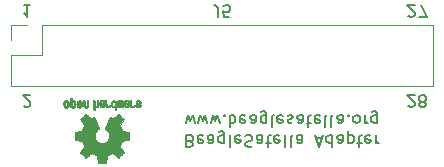
<source format=gbr>
G04 #@! TF.GenerationSoftware,KiCad,Pcbnew,(5.1.5)-3*
G04 #@! TF.CreationDate,2020-06-03T17:33:56-04:00*
G04 #@! TF.ProjectId,beaglesatella_cape,62656167-6c65-4736-9174-656c6c615f63,rev?*
G04 #@! TF.SameCoordinates,Original*
G04 #@! TF.FileFunction,Legend,Bot*
G04 #@! TF.FilePolarity,Positive*
%FSLAX46Y46*%
G04 Gerber Fmt 4.6, Leading zero omitted, Abs format (unit mm)*
G04 Created by KiCad (PCBNEW (5.1.5)-3) date 2020-06-03 17:33:56*
%MOMM*%
%LPD*%
G04 APERTURE LIST*
%ADD10C,0.200000*%
%ADD11C,0.010000*%
%ADD12C,0.120000*%
%ADD13C,0.150000*%
G04 APERTURE END LIST*
D10*
X157518195Y-173324780D02*
X157565814Y-173372400D01*
X157661052Y-173420019D01*
X157899147Y-173420019D01*
X157994385Y-173372400D01*
X158042004Y-173324780D01*
X158089623Y-173229542D01*
X158089623Y-173134304D01*
X158042004Y-172991447D01*
X157470576Y-172420019D01*
X158089623Y-172420019D01*
X158661052Y-172991447D02*
X158565814Y-173039066D01*
X158518195Y-173086685D01*
X158470576Y-173181923D01*
X158470576Y-173229542D01*
X158518195Y-173324780D01*
X158565814Y-173372400D01*
X158661052Y-173420019D01*
X158851528Y-173420019D01*
X158946766Y-173372400D01*
X158994385Y-173324780D01*
X159042004Y-173229542D01*
X159042004Y-173181923D01*
X158994385Y-173086685D01*
X158946766Y-173039066D01*
X158851528Y-172991447D01*
X158661052Y-172991447D01*
X158565814Y-172943828D01*
X158518195Y-172896209D01*
X158470576Y-172800971D01*
X158470576Y-172610495D01*
X158518195Y-172515257D01*
X158565814Y-172467638D01*
X158661052Y-172420019D01*
X158851528Y-172420019D01*
X158946766Y-172467638D01*
X158994385Y-172515257D01*
X159042004Y-172610495D01*
X159042004Y-172800971D01*
X158994385Y-172896209D01*
X158946766Y-172943828D01*
X158851528Y-172991447D01*
X157518195Y-165704780D02*
X157565814Y-165752400D01*
X157661052Y-165800019D01*
X157899147Y-165800019D01*
X157994385Y-165752400D01*
X158042004Y-165704780D01*
X158089623Y-165609542D01*
X158089623Y-165514304D01*
X158042004Y-165371447D01*
X157470576Y-164800019D01*
X158089623Y-164800019D01*
X158422957Y-165800019D02*
X159089623Y-165800019D01*
X158661052Y-164800019D01*
X124974385Y-173324780D02*
X125022004Y-173372400D01*
X125117242Y-173420019D01*
X125355338Y-173420019D01*
X125450576Y-173372400D01*
X125498195Y-173324780D01*
X125545814Y-173229542D01*
X125545814Y-173134304D01*
X125498195Y-172991447D01*
X124926766Y-172420019D01*
X125545814Y-172420019D01*
X125545814Y-164800019D02*
X124974385Y-164800019D01*
X125260100Y-164800019D02*
X125260100Y-165800019D01*
X125164861Y-165657161D01*
X125069623Y-165561923D01*
X124974385Y-165514304D01*
X139088195Y-176333828D02*
X139231052Y-176286209D01*
X139278671Y-176238590D01*
X139326290Y-176143352D01*
X139326290Y-176000495D01*
X139278671Y-175905257D01*
X139231052Y-175857638D01*
X139135814Y-175810019D01*
X138754861Y-175810019D01*
X138754861Y-176810019D01*
X139088195Y-176810019D01*
X139183433Y-176762400D01*
X139231052Y-176714780D01*
X139278671Y-176619542D01*
X139278671Y-176524304D01*
X139231052Y-176429066D01*
X139183433Y-176381447D01*
X139088195Y-176333828D01*
X138754861Y-176333828D01*
X140135814Y-175857638D02*
X140040576Y-175810019D01*
X139850100Y-175810019D01*
X139754861Y-175857638D01*
X139707242Y-175952876D01*
X139707242Y-176333828D01*
X139754861Y-176429066D01*
X139850100Y-176476685D01*
X140040576Y-176476685D01*
X140135814Y-176429066D01*
X140183433Y-176333828D01*
X140183433Y-176238590D01*
X139707242Y-176143352D01*
X141040576Y-175810019D02*
X141040576Y-176333828D01*
X140992957Y-176429066D01*
X140897719Y-176476685D01*
X140707242Y-176476685D01*
X140612004Y-176429066D01*
X141040576Y-175857638D02*
X140945338Y-175810019D01*
X140707242Y-175810019D01*
X140612004Y-175857638D01*
X140564385Y-175952876D01*
X140564385Y-176048114D01*
X140612004Y-176143352D01*
X140707242Y-176190971D01*
X140945338Y-176190971D01*
X141040576Y-176238590D01*
X141945338Y-176476685D02*
X141945338Y-175667161D01*
X141897719Y-175571923D01*
X141850100Y-175524304D01*
X141754861Y-175476685D01*
X141612004Y-175476685D01*
X141516766Y-175524304D01*
X141945338Y-175857638D02*
X141850100Y-175810019D01*
X141659623Y-175810019D01*
X141564385Y-175857638D01*
X141516766Y-175905257D01*
X141469147Y-176000495D01*
X141469147Y-176286209D01*
X141516766Y-176381447D01*
X141564385Y-176429066D01*
X141659623Y-176476685D01*
X141850100Y-176476685D01*
X141945338Y-176429066D01*
X142564385Y-175810019D02*
X142469147Y-175857638D01*
X142421528Y-175952876D01*
X142421528Y-176810019D01*
X143326290Y-175857638D02*
X143231052Y-175810019D01*
X143040576Y-175810019D01*
X142945338Y-175857638D01*
X142897719Y-175952876D01*
X142897719Y-176333828D01*
X142945338Y-176429066D01*
X143040576Y-176476685D01*
X143231052Y-176476685D01*
X143326290Y-176429066D01*
X143373909Y-176333828D01*
X143373909Y-176238590D01*
X142897719Y-176143352D01*
X143754861Y-175857638D02*
X143897719Y-175810019D01*
X144135814Y-175810019D01*
X144231052Y-175857638D01*
X144278671Y-175905257D01*
X144326290Y-176000495D01*
X144326290Y-176095733D01*
X144278671Y-176190971D01*
X144231052Y-176238590D01*
X144135814Y-176286209D01*
X143945338Y-176333828D01*
X143850100Y-176381447D01*
X143802480Y-176429066D01*
X143754861Y-176524304D01*
X143754861Y-176619542D01*
X143802480Y-176714780D01*
X143850100Y-176762400D01*
X143945338Y-176810019D01*
X144183433Y-176810019D01*
X144326290Y-176762400D01*
X145183433Y-175810019D02*
X145183433Y-176333828D01*
X145135814Y-176429066D01*
X145040576Y-176476685D01*
X144850100Y-176476685D01*
X144754861Y-176429066D01*
X145183433Y-175857638D02*
X145088195Y-175810019D01*
X144850100Y-175810019D01*
X144754861Y-175857638D01*
X144707242Y-175952876D01*
X144707242Y-176048114D01*
X144754861Y-176143352D01*
X144850100Y-176190971D01*
X145088195Y-176190971D01*
X145183433Y-176238590D01*
X145516766Y-176476685D02*
X145897719Y-176476685D01*
X145659623Y-176810019D02*
X145659623Y-175952876D01*
X145707242Y-175857638D01*
X145802480Y-175810019D01*
X145897719Y-175810019D01*
X146612004Y-175857638D02*
X146516766Y-175810019D01*
X146326290Y-175810019D01*
X146231052Y-175857638D01*
X146183433Y-175952876D01*
X146183433Y-176333828D01*
X146231052Y-176429066D01*
X146326290Y-176476685D01*
X146516766Y-176476685D01*
X146612004Y-176429066D01*
X146659623Y-176333828D01*
X146659623Y-176238590D01*
X146183433Y-176143352D01*
X147231052Y-175810019D02*
X147135814Y-175857638D01*
X147088195Y-175952876D01*
X147088195Y-176810019D01*
X147754861Y-175810019D02*
X147659623Y-175857638D01*
X147612004Y-175952876D01*
X147612004Y-176810019D01*
X148564385Y-175810019D02*
X148564385Y-176333828D01*
X148516766Y-176429066D01*
X148421528Y-176476685D01*
X148231052Y-176476685D01*
X148135814Y-176429066D01*
X148564385Y-175857638D02*
X148469147Y-175810019D01*
X148231052Y-175810019D01*
X148135814Y-175857638D01*
X148088195Y-175952876D01*
X148088195Y-176048114D01*
X148135814Y-176143352D01*
X148231052Y-176190971D01*
X148469147Y-176190971D01*
X148564385Y-176238590D01*
X149754861Y-176095733D02*
X150231052Y-176095733D01*
X149659623Y-175810019D02*
X149992957Y-176810019D01*
X150326290Y-175810019D01*
X151088195Y-175810019D02*
X151088195Y-176810019D01*
X151088195Y-175857638D02*
X150992957Y-175810019D01*
X150802480Y-175810019D01*
X150707242Y-175857638D01*
X150659623Y-175905257D01*
X150612004Y-176000495D01*
X150612004Y-176286209D01*
X150659623Y-176381447D01*
X150707242Y-176429066D01*
X150802480Y-176476685D01*
X150992957Y-176476685D01*
X151088195Y-176429066D01*
X151992957Y-175810019D02*
X151992957Y-176333828D01*
X151945338Y-176429066D01*
X151850100Y-176476685D01*
X151659623Y-176476685D01*
X151564385Y-176429066D01*
X151992957Y-175857638D02*
X151897719Y-175810019D01*
X151659623Y-175810019D01*
X151564385Y-175857638D01*
X151516766Y-175952876D01*
X151516766Y-176048114D01*
X151564385Y-176143352D01*
X151659623Y-176190971D01*
X151897719Y-176190971D01*
X151992957Y-176238590D01*
X152469147Y-176476685D02*
X152469147Y-175476685D01*
X152469147Y-176429066D02*
X152564385Y-176476685D01*
X152754861Y-176476685D01*
X152850100Y-176429066D01*
X152897719Y-176381447D01*
X152945338Y-176286209D01*
X152945338Y-176000495D01*
X152897719Y-175905257D01*
X152850100Y-175857638D01*
X152754861Y-175810019D01*
X152564385Y-175810019D01*
X152469147Y-175857638D01*
X153231052Y-176476685D02*
X153612004Y-176476685D01*
X153373909Y-176810019D02*
X153373909Y-175952876D01*
X153421528Y-175857638D01*
X153516766Y-175810019D01*
X153612004Y-175810019D01*
X154326290Y-175857638D02*
X154231052Y-175810019D01*
X154040576Y-175810019D01*
X153945338Y-175857638D01*
X153897719Y-175952876D01*
X153897719Y-176333828D01*
X153945338Y-176429066D01*
X154040576Y-176476685D01*
X154231052Y-176476685D01*
X154326290Y-176429066D01*
X154373909Y-176333828D01*
X154373909Y-176238590D01*
X153897719Y-176143352D01*
X154802480Y-175810019D02*
X154802480Y-176476685D01*
X154802480Y-176286209D02*
X154850100Y-176381447D01*
X154897719Y-176429066D01*
X154992957Y-176476685D01*
X155088195Y-176476685D01*
X138707242Y-174776685D02*
X138897719Y-174110019D01*
X139088195Y-174586209D01*
X139278671Y-174110019D01*
X139469147Y-174776685D01*
X139754861Y-174776685D02*
X139945338Y-174110019D01*
X140135814Y-174586209D01*
X140326290Y-174110019D01*
X140516766Y-174776685D01*
X140802480Y-174776685D02*
X140992957Y-174110019D01*
X141183433Y-174586209D01*
X141373909Y-174110019D01*
X141564385Y-174776685D01*
X141945338Y-174205257D02*
X141992957Y-174157638D01*
X141945338Y-174110019D01*
X141897719Y-174157638D01*
X141945338Y-174205257D01*
X141945338Y-174110019D01*
X142421528Y-174110019D02*
X142421528Y-175110019D01*
X142421528Y-174729066D02*
X142516766Y-174776685D01*
X142707242Y-174776685D01*
X142802480Y-174729066D01*
X142850100Y-174681447D01*
X142897719Y-174586209D01*
X142897719Y-174300495D01*
X142850100Y-174205257D01*
X142802480Y-174157638D01*
X142707242Y-174110019D01*
X142516766Y-174110019D01*
X142421528Y-174157638D01*
X143707242Y-174157638D02*
X143612004Y-174110019D01*
X143421528Y-174110019D01*
X143326290Y-174157638D01*
X143278671Y-174252876D01*
X143278671Y-174633828D01*
X143326290Y-174729066D01*
X143421528Y-174776685D01*
X143612004Y-174776685D01*
X143707242Y-174729066D01*
X143754861Y-174633828D01*
X143754861Y-174538590D01*
X143278671Y-174443352D01*
X144612004Y-174110019D02*
X144612004Y-174633828D01*
X144564385Y-174729066D01*
X144469147Y-174776685D01*
X144278671Y-174776685D01*
X144183433Y-174729066D01*
X144612004Y-174157638D02*
X144516766Y-174110019D01*
X144278671Y-174110019D01*
X144183433Y-174157638D01*
X144135814Y-174252876D01*
X144135814Y-174348114D01*
X144183433Y-174443352D01*
X144278671Y-174490971D01*
X144516766Y-174490971D01*
X144612004Y-174538590D01*
X145516766Y-174776685D02*
X145516766Y-173967161D01*
X145469147Y-173871923D01*
X145421528Y-173824304D01*
X145326290Y-173776685D01*
X145183433Y-173776685D01*
X145088195Y-173824304D01*
X145516766Y-174157638D02*
X145421528Y-174110019D01*
X145231052Y-174110019D01*
X145135814Y-174157638D01*
X145088195Y-174205257D01*
X145040576Y-174300495D01*
X145040576Y-174586209D01*
X145088195Y-174681447D01*
X145135814Y-174729066D01*
X145231052Y-174776685D01*
X145421528Y-174776685D01*
X145516766Y-174729066D01*
X146135814Y-174110019D02*
X146040576Y-174157638D01*
X145992957Y-174252876D01*
X145992957Y-175110019D01*
X146897719Y-174157638D02*
X146802480Y-174110019D01*
X146612004Y-174110019D01*
X146516766Y-174157638D01*
X146469147Y-174252876D01*
X146469147Y-174633828D01*
X146516766Y-174729066D01*
X146612004Y-174776685D01*
X146802480Y-174776685D01*
X146897719Y-174729066D01*
X146945338Y-174633828D01*
X146945338Y-174538590D01*
X146469147Y-174443352D01*
X147326290Y-174157638D02*
X147421528Y-174110019D01*
X147612004Y-174110019D01*
X147707242Y-174157638D01*
X147754861Y-174252876D01*
X147754861Y-174300495D01*
X147707242Y-174395733D01*
X147612004Y-174443352D01*
X147469147Y-174443352D01*
X147373909Y-174490971D01*
X147326290Y-174586209D01*
X147326290Y-174633828D01*
X147373909Y-174729066D01*
X147469147Y-174776685D01*
X147612004Y-174776685D01*
X147707242Y-174729066D01*
X148612004Y-174110019D02*
X148612004Y-174633828D01*
X148564385Y-174729066D01*
X148469147Y-174776685D01*
X148278671Y-174776685D01*
X148183433Y-174729066D01*
X148612004Y-174157638D02*
X148516766Y-174110019D01*
X148278671Y-174110019D01*
X148183433Y-174157638D01*
X148135814Y-174252876D01*
X148135814Y-174348114D01*
X148183433Y-174443352D01*
X148278671Y-174490971D01*
X148516766Y-174490971D01*
X148612004Y-174538590D01*
X148945338Y-174776685D02*
X149326290Y-174776685D01*
X149088195Y-175110019D02*
X149088195Y-174252876D01*
X149135814Y-174157638D01*
X149231052Y-174110019D01*
X149326290Y-174110019D01*
X150040576Y-174157638D02*
X149945338Y-174110019D01*
X149754861Y-174110019D01*
X149659623Y-174157638D01*
X149612004Y-174252876D01*
X149612004Y-174633828D01*
X149659623Y-174729066D01*
X149754861Y-174776685D01*
X149945338Y-174776685D01*
X150040576Y-174729066D01*
X150088195Y-174633828D01*
X150088195Y-174538590D01*
X149612004Y-174443352D01*
X150659623Y-174110019D02*
X150564385Y-174157638D01*
X150516766Y-174252876D01*
X150516766Y-175110019D01*
X151183433Y-174110019D02*
X151088195Y-174157638D01*
X151040576Y-174252876D01*
X151040576Y-175110019D01*
X151992957Y-174110019D02*
X151992957Y-174633828D01*
X151945338Y-174729066D01*
X151850100Y-174776685D01*
X151659623Y-174776685D01*
X151564385Y-174729066D01*
X151992957Y-174157638D02*
X151897719Y-174110019D01*
X151659623Y-174110019D01*
X151564385Y-174157638D01*
X151516766Y-174252876D01*
X151516766Y-174348114D01*
X151564385Y-174443352D01*
X151659623Y-174490971D01*
X151897719Y-174490971D01*
X151992957Y-174538590D01*
X152469147Y-174205257D02*
X152516766Y-174157638D01*
X152469147Y-174110019D01*
X152421528Y-174157638D01*
X152469147Y-174205257D01*
X152469147Y-174110019D01*
X153088195Y-174110019D02*
X152992957Y-174157638D01*
X152945338Y-174205257D01*
X152897719Y-174300495D01*
X152897719Y-174586209D01*
X152945338Y-174681447D01*
X152992957Y-174729066D01*
X153088195Y-174776685D01*
X153231052Y-174776685D01*
X153326290Y-174729066D01*
X153373909Y-174681447D01*
X153421528Y-174586209D01*
X153421528Y-174300495D01*
X153373909Y-174205257D01*
X153326290Y-174157638D01*
X153231052Y-174110019D01*
X153088195Y-174110019D01*
X153850100Y-174110019D02*
X153850100Y-174776685D01*
X153850100Y-174586209D02*
X153897719Y-174681447D01*
X153945338Y-174729066D01*
X154040576Y-174776685D01*
X154135814Y-174776685D01*
X154897719Y-174776685D02*
X154897719Y-173967161D01*
X154850100Y-173871923D01*
X154802480Y-173824304D01*
X154707242Y-173776685D01*
X154564385Y-173776685D01*
X154469147Y-173824304D01*
X154897719Y-174157638D02*
X154802480Y-174110019D01*
X154612004Y-174110019D01*
X154516766Y-174157638D01*
X154469147Y-174205257D01*
X154421528Y-174300495D01*
X154421528Y-174586209D01*
X154469147Y-174681447D01*
X154516766Y-174729066D01*
X154612004Y-174776685D01*
X154802480Y-174776685D01*
X154897719Y-174729066D01*
D11*
G36*
X131714010Y-178170052D02*
G01*
X131792554Y-178169622D01*
X131849398Y-178168458D01*
X131888205Y-178166193D01*
X131912638Y-178162460D01*
X131926362Y-178156894D01*
X131933040Y-178149127D01*
X131936336Y-178138795D01*
X131936656Y-178137457D01*
X131941662Y-178113321D01*
X131950929Y-178065699D01*
X131963492Y-177999659D01*
X131978387Y-177920272D01*
X131994651Y-177832604D01*
X131995219Y-177829525D01*
X132011510Y-177743611D01*
X132026752Y-177667704D01*
X132039961Y-177606355D01*
X132050154Y-177564118D01*
X132056348Y-177545545D01*
X132056643Y-177545216D01*
X132074888Y-177536147D01*
X132112505Y-177521033D01*
X132161371Y-177503138D01*
X132161643Y-177503042D01*
X132223193Y-177479907D01*
X132295757Y-177450435D01*
X132364157Y-177420803D01*
X132367394Y-177419338D01*
X132478802Y-177368774D01*
X132725499Y-177537240D01*
X132801177Y-177588597D01*
X132869731Y-177634511D01*
X132927188Y-177672370D01*
X132969576Y-177699563D01*
X132992925Y-177713479D01*
X132995142Y-177714511D01*
X133012110Y-177709916D01*
X133043801Y-177687745D01*
X133091452Y-177646953D01*
X133156298Y-177586495D01*
X133222497Y-177522173D01*
X133286314Y-177458788D01*
X133343429Y-177400949D01*
X133390405Y-177352225D01*
X133423803Y-177316190D01*
X133440185Y-177296416D01*
X133440794Y-177295398D01*
X133442605Y-177281828D01*
X133435783Y-177259667D01*
X133418640Y-177225922D01*
X133389493Y-177177600D01*
X133346655Y-177111708D01*
X133289548Y-177026883D01*
X133238866Y-176952223D01*
X133193561Y-176885260D01*
X133156250Y-176829884D01*
X133129552Y-176789980D01*
X133116085Y-176769438D01*
X133115237Y-176768044D01*
X133116881Y-176748362D01*
X133129345Y-176710107D01*
X133150148Y-176660511D01*
X133157562Y-176644672D01*
X133189914Y-176574110D01*
X133224428Y-176494047D01*
X133252465Y-176424771D01*
X133272668Y-176373355D01*
X133288715Y-176334281D01*
X133297988Y-176313859D01*
X133299141Y-176312286D01*
X133316196Y-176309679D01*
X133356398Y-176302537D01*
X133414402Y-176291877D01*
X133484863Y-176278715D01*
X133562435Y-176264067D01*
X133641772Y-176248951D01*
X133717531Y-176234382D01*
X133784364Y-176221378D01*
X133836928Y-176210955D01*
X133869876Y-176204130D01*
X133877957Y-176202201D01*
X133886305Y-176197438D01*
X133892606Y-176186682D01*
X133897145Y-176166302D01*
X133900204Y-176132666D01*
X133902067Y-176082145D01*
X133903018Y-176011108D01*
X133903340Y-175915924D01*
X133903357Y-175876908D01*
X133903357Y-175559601D01*
X133827157Y-175544561D01*
X133784763Y-175536405D01*
X133721500Y-175524501D01*
X133645062Y-175510284D01*
X133563143Y-175495190D01*
X133540500Y-175491045D01*
X133464906Y-175476347D01*
X133399053Y-175461895D01*
X133348466Y-175449025D01*
X133318674Y-175439078D01*
X133313712Y-175436113D01*
X133301526Y-175415117D01*
X133284053Y-175374433D01*
X133264677Y-175322078D01*
X133260834Y-175310800D01*
X133235439Y-175240877D01*
X133203917Y-175161982D01*
X133173069Y-175091134D01*
X133172917Y-175090805D01*
X133121547Y-174979667D01*
X133290499Y-174731147D01*
X133459452Y-174482628D01*
X133242529Y-174265342D01*
X133176919Y-174200674D01*
X133117079Y-174143667D01*
X133066367Y-174097367D01*
X133028146Y-174064816D01*
X133005775Y-174049057D01*
X133002566Y-174048057D01*
X132983726Y-174055931D01*
X132945280Y-174077822D01*
X132891430Y-174111133D01*
X132826376Y-174153269D01*
X132756040Y-174200457D01*
X132684655Y-174248590D01*
X132621008Y-174290472D01*
X132569141Y-174323529D01*
X132533095Y-174345182D01*
X132516967Y-174352857D01*
X132497289Y-174346363D01*
X132459975Y-174329250D01*
X132412721Y-174305074D01*
X132407712Y-174302387D01*
X132344077Y-174270473D01*
X132300441Y-174254821D01*
X132273302Y-174254655D01*
X132259157Y-174269196D01*
X132259075Y-174269400D01*
X132252005Y-174286621D01*
X132235142Y-174327501D01*
X132209795Y-174388875D01*
X132177271Y-174467581D01*
X132138878Y-174560453D01*
X132095922Y-174664328D01*
X132054322Y-174764898D01*
X132008604Y-174875884D01*
X131966626Y-174978697D01*
X131929648Y-175070185D01*
X131898927Y-175147199D01*
X131875722Y-175206585D01*
X131861290Y-175245191D01*
X131856843Y-175259600D01*
X131867996Y-175276128D01*
X131897169Y-175302470D01*
X131936071Y-175331513D01*
X132046857Y-175423361D01*
X132133451Y-175528641D01*
X132194816Y-175645134D01*
X132229915Y-175770624D01*
X132237708Y-175902893D01*
X132232043Y-175963943D01*
X132201178Y-176090605D01*
X132148020Y-176202459D01*
X132075867Y-176298399D01*
X131988017Y-176377324D01*
X131887765Y-176438130D01*
X131778410Y-176479713D01*
X131663247Y-176500972D01*
X131545575Y-176500801D01*
X131428690Y-176478099D01*
X131315889Y-176431762D01*
X131210469Y-176360687D01*
X131166468Y-176320489D01*
X131082079Y-176217271D01*
X131023322Y-176104475D01*
X130989804Y-175985390D01*
X130981135Y-175863305D01*
X130996923Y-175741507D01*
X131036778Y-175623284D01*
X131100307Y-175511925D01*
X131187121Y-175410716D01*
X131284129Y-175331513D01*
X131324537Y-175301238D01*
X131353082Y-175275181D01*
X131363357Y-175259575D01*
X131357977Y-175242557D01*
X131342675Y-175201900D01*
X131318712Y-175140758D01*
X131287344Y-175062281D01*
X131249832Y-174969620D01*
X131207433Y-174865928D01*
X131165763Y-174764874D01*
X131119790Y-174653793D01*
X131077207Y-174550859D01*
X131039321Y-174459235D01*
X131007440Y-174382084D01*
X130982871Y-174322569D01*
X130966920Y-174283856D01*
X130961010Y-174269400D01*
X130947048Y-174254715D01*
X130920040Y-174254758D01*
X130876513Y-174270301D01*
X130812990Y-174302116D01*
X130812488Y-174302387D01*
X130764660Y-174327077D01*
X130725997Y-174345062D01*
X130704195Y-174352786D01*
X130703233Y-174352857D01*
X130686821Y-174345022D01*
X130650587Y-174323235D01*
X130598574Y-174290072D01*
X130534825Y-174248109D01*
X130464160Y-174200457D01*
X130392216Y-174152209D01*
X130327374Y-174110249D01*
X130273835Y-174077173D01*
X130235797Y-174055579D01*
X130217633Y-174048057D01*
X130200908Y-174057943D01*
X130167280Y-174085574D01*
X130120110Y-174127905D01*
X130062758Y-174181895D01*
X129998584Y-174244501D01*
X129977597Y-174265417D01*
X129760599Y-174482777D01*
X129925768Y-174725180D01*
X129975964Y-174799619D01*
X130020019Y-174866428D01*
X130055462Y-174921735D01*
X130079819Y-174961671D01*
X130090622Y-174982364D01*
X130090938Y-174983837D01*
X130085243Y-175003342D01*
X130069926Y-175042578D01*
X130047637Y-175094970D01*
X130031993Y-175130045D01*
X130002741Y-175197199D01*
X129975194Y-175265042D01*
X129953837Y-175322366D01*
X129948035Y-175339828D01*
X129931552Y-175386462D01*
X129915440Y-175422495D01*
X129906590Y-175436113D01*
X129887060Y-175444448D01*
X129844434Y-175456263D01*
X129784245Y-175470219D01*
X129712022Y-175484978D01*
X129679700Y-175491045D01*
X129597622Y-175506127D01*
X129518895Y-175520731D01*
X129451209Y-175533420D01*
X129402260Y-175542758D01*
X129393043Y-175544561D01*
X129316843Y-175559601D01*
X129316843Y-175876908D01*
X129317014Y-175981246D01*
X129317716Y-176060187D01*
X129319234Y-176117362D01*
X129321849Y-176156401D01*
X129325846Y-176180935D01*
X129331509Y-176194595D01*
X129339120Y-176201011D01*
X129342243Y-176202201D01*
X129361078Y-176206420D01*
X129402688Y-176214838D01*
X129461730Y-176226439D01*
X129532857Y-176240205D01*
X129610725Y-176255120D01*
X129689987Y-176270168D01*
X129765298Y-176284331D01*
X129831313Y-176296594D01*
X129882687Y-176305939D01*
X129914075Y-176311350D01*
X129921059Y-176312286D01*
X129927385Y-176324804D01*
X129941390Y-176358154D01*
X129960455Y-176406023D01*
X129967734Y-176424771D01*
X129997096Y-176497205D01*
X130031671Y-176577230D01*
X130062637Y-176644672D01*
X130085423Y-176696241D01*
X130100582Y-176738615D01*
X130105642Y-176764566D01*
X130104836Y-176768044D01*
X130094141Y-176784464D01*
X130069720Y-176820983D01*
X130034195Y-176873713D01*
X129990187Y-176938765D01*
X129940317Y-177012249D01*
X129930456Y-177026755D01*
X129872592Y-177112696D01*
X129830056Y-177178139D01*
X129801154Y-177226096D01*
X129784190Y-177259580D01*
X129777467Y-177281605D01*
X129779290Y-177295183D01*
X129779336Y-177295269D01*
X129793686Y-177313103D01*
X129825423Y-177347583D01*
X129871110Y-177395132D01*
X129927304Y-177452178D01*
X129990568Y-177515145D01*
X129997702Y-177522173D01*
X130077430Y-177599380D01*
X130138957Y-177656070D01*
X130183521Y-177693290D01*
X130212357Y-177712085D01*
X130225058Y-177714511D01*
X130243594Y-177703929D01*
X130282061Y-177679484D01*
X130336486Y-177643788D01*
X130402898Y-177599453D01*
X130477325Y-177549089D01*
X130494701Y-177537240D01*
X130741397Y-177368774D01*
X130852806Y-177419338D01*
X130920557Y-177448805D01*
X130993283Y-177478441D01*
X131055803Y-177502070D01*
X131058557Y-177503042D01*
X131107460Y-177520943D01*
X131145157Y-177536080D01*
X131163525Y-177545190D01*
X131163556Y-177545216D01*
X131169385Y-177561683D01*
X131179292Y-177602181D01*
X131192295Y-177662158D01*
X131207409Y-177737060D01*
X131223652Y-177822336D01*
X131224981Y-177829525D01*
X131241275Y-177917386D01*
X131256233Y-177997140D01*
X131268891Y-178063719D01*
X131278286Y-178112053D01*
X131283454Y-178137075D01*
X131283544Y-178137457D01*
X131286689Y-178148101D01*
X131292804Y-178156138D01*
X131305553Y-178161933D01*
X131328600Y-178165853D01*
X131365609Y-178168265D01*
X131420244Y-178169535D01*
X131496167Y-178170029D01*
X131597044Y-178170114D01*
X131610100Y-178170114D01*
X131714010Y-178170052D01*
G37*
X131714010Y-178170052D02*
X131792554Y-178169622D01*
X131849398Y-178168458D01*
X131888205Y-178166193D01*
X131912638Y-178162460D01*
X131926362Y-178156894D01*
X131933040Y-178149127D01*
X131936336Y-178138795D01*
X131936656Y-178137457D01*
X131941662Y-178113321D01*
X131950929Y-178065699D01*
X131963492Y-177999659D01*
X131978387Y-177920272D01*
X131994651Y-177832604D01*
X131995219Y-177829525D01*
X132011510Y-177743611D01*
X132026752Y-177667704D01*
X132039961Y-177606355D01*
X132050154Y-177564118D01*
X132056348Y-177545545D01*
X132056643Y-177545216D01*
X132074888Y-177536147D01*
X132112505Y-177521033D01*
X132161371Y-177503138D01*
X132161643Y-177503042D01*
X132223193Y-177479907D01*
X132295757Y-177450435D01*
X132364157Y-177420803D01*
X132367394Y-177419338D01*
X132478802Y-177368774D01*
X132725499Y-177537240D01*
X132801177Y-177588597D01*
X132869731Y-177634511D01*
X132927188Y-177672370D01*
X132969576Y-177699563D01*
X132992925Y-177713479D01*
X132995142Y-177714511D01*
X133012110Y-177709916D01*
X133043801Y-177687745D01*
X133091452Y-177646953D01*
X133156298Y-177586495D01*
X133222497Y-177522173D01*
X133286314Y-177458788D01*
X133343429Y-177400949D01*
X133390405Y-177352225D01*
X133423803Y-177316190D01*
X133440185Y-177296416D01*
X133440794Y-177295398D01*
X133442605Y-177281828D01*
X133435783Y-177259667D01*
X133418640Y-177225922D01*
X133389493Y-177177600D01*
X133346655Y-177111708D01*
X133289548Y-177026883D01*
X133238866Y-176952223D01*
X133193561Y-176885260D01*
X133156250Y-176829884D01*
X133129552Y-176789980D01*
X133116085Y-176769438D01*
X133115237Y-176768044D01*
X133116881Y-176748362D01*
X133129345Y-176710107D01*
X133150148Y-176660511D01*
X133157562Y-176644672D01*
X133189914Y-176574110D01*
X133224428Y-176494047D01*
X133252465Y-176424771D01*
X133272668Y-176373355D01*
X133288715Y-176334281D01*
X133297988Y-176313859D01*
X133299141Y-176312286D01*
X133316196Y-176309679D01*
X133356398Y-176302537D01*
X133414402Y-176291877D01*
X133484863Y-176278715D01*
X133562435Y-176264067D01*
X133641772Y-176248951D01*
X133717531Y-176234382D01*
X133784364Y-176221378D01*
X133836928Y-176210955D01*
X133869876Y-176204130D01*
X133877957Y-176202201D01*
X133886305Y-176197438D01*
X133892606Y-176186682D01*
X133897145Y-176166302D01*
X133900204Y-176132666D01*
X133902067Y-176082145D01*
X133903018Y-176011108D01*
X133903340Y-175915924D01*
X133903357Y-175876908D01*
X133903357Y-175559601D01*
X133827157Y-175544561D01*
X133784763Y-175536405D01*
X133721500Y-175524501D01*
X133645062Y-175510284D01*
X133563143Y-175495190D01*
X133540500Y-175491045D01*
X133464906Y-175476347D01*
X133399053Y-175461895D01*
X133348466Y-175449025D01*
X133318674Y-175439078D01*
X133313712Y-175436113D01*
X133301526Y-175415117D01*
X133284053Y-175374433D01*
X133264677Y-175322078D01*
X133260834Y-175310800D01*
X133235439Y-175240877D01*
X133203917Y-175161982D01*
X133173069Y-175091134D01*
X133172917Y-175090805D01*
X133121547Y-174979667D01*
X133290499Y-174731147D01*
X133459452Y-174482628D01*
X133242529Y-174265342D01*
X133176919Y-174200674D01*
X133117079Y-174143667D01*
X133066367Y-174097367D01*
X133028146Y-174064816D01*
X133005775Y-174049057D01*
X133002566Y-174048057D01*
X132983726Y-174055931D01*
X132945280Y-174077822D01*
X132891430Y-174111133D01*
X132826376Y-174153269D01*
X132756040Y-174200457D01*
X132684655Y-174248590D01*
X132621008Y-174290472D01*
X132569141Y-174323529D01*
X132533095Y-174345182D01*
X132516967Y-174352857D01*
X132497289Y-174346363D01*
X132459975Y-174329250D01*
X132412721Y-174305074D01*
X132407712Y-174302387D01*
X132344077Y-174270473D01*
X132300441Y-174254821D01*
X132273302Y-174254655D01*
X132259157Y-174269196D01*
X132259075Y-174269400D01*
X132252005Y-174286621D01*
X132235142Y-174327501D01*
X132209795Y-174388875D01*
X132177271Y-174467581D01*
X132138878Y-174560453D01*
X132095922Y-174664328D01*
X132054322Y-174764898D01*
X132008604Y-174875884D01*
X131966626Y-174978697D01*
X131929648Y-175070185D01*
X131898927Y-175147199D01*
X131875722Y-175206585D01*
X131861290Y-175245191D01*
X131856843Y-175259600D01*
X131867996Y-175276128D01*
X131897169Y-175302470D01*
X131936071Y-175331513D01*
X132046857Y-175423361D01*
X132133451Y-175528641D01*
X132194816Y-175645134D01*
X132229915Y-175770624D01*
X132237708Y-175902893D01*
X132232043Y-175963943D01*
X132201178Y-176090605D01*
X132148020Y-176202459D01*
X132075867Y-176298399D01*
X131988017Y-176377324D01*
X131887765Y-176438130D01*
X131778410Y-176479713D01*
X131663247Y-176500972D01*
X131545575Y-176500801D01*
X131428690Y-176478099D01*
X131315889Y-176431762D01*
X131210469Y-176360687D01*
X131166468Y-176320489D01*
X131082079Y-176217271D01*
X131023322Y-176104475D01*
X130989804Y-175985390D01*
X130981135Y-175863305D01*
X130996923Y-175741507D01*
X131036778Y-175623284D01*
X131100307Y-175511925D01*
X131187121Y-175410716D01*
X131284129Y-175331513D01*
X131324537Y-175301238D01*
X131353082Y-175275181D01*
X131363357Y-175259575D01*
X131357977Y-175242557D01*
X131342675Y-175201900D01*
X131318712Y-175140758D01*
X131287344Y-175062281D01*
X131249832Y-174969620D01*
X131207433Y-174865928D01*
X131165763Y-174764874D01*
X131119790Y-174653793D01*
X131077207Y-174550859D01*
X131039321Y-174459235D01*
X131007440Y-174382084D01*
X130982871Y-174322569D01*
X130966920Y-174283856D01*
X130961010Y-174269400D01*
X130947048Y-174254715D01*
X130920040Y-174254758D01*
X130876513Y-174270301D01*
X130812990Y-174302116D01*
X130812488Y-174302387D01*
X130764660Y-174327077D01*
X130725997Y-174345062D01*
X130704195Y-174352786D01*
X130703233Y-174352857D01*
X130686821Y-174345022D01*
X130650587Y-174323235D01*
X130598574Y-174290072D01*
X130534825Y-174248109D01*
X130464160Y-174200457D01*
X130392216Y-174152209D01*
X130327374Y-174110249D01*
X130273835Y-174077173D01*
X130235797Y-174055579D01*
X130217633Y-174048057D01*
X130200908Y-174057943D01*
X130167280Y-174085574D01*
X130120110Y-174127905D01*
X130062758Y-174181895D01*
X129998584Y-174244501D01*
X129977597Y-174265417D01*
X129760599Y-174482777D01*
X129925768Y-174725180D01*
X129975964Y-174799619D01*
X130020019Y-174866428D01*
X130055462Y-174921735D01*
X130079819Y-174961671D01*
X130090622Y-174982364D01*
X130090938Y-174983837D01*
X130085243Y-175003342D01*
X130069926Y-175042578D01*
X130047637Y-175094970D01*
X130031993Y-175130045D01*
X130002741Y-175197199D01*
X129975194Y-175265042D01*
X129953837Y-175322366D01*
X129948035Y-175339828D01*
X129931552Y-175386462D01*
X129915440Y-175422495D01*
X129906590Y-175436113D01*
X129887060Y-175444448D01*
X129844434Y-175456263D01*
X129784245Y-175470219D01*
X129712022Y-175484978D01*
X129679700Y-175491045D01*
X129597622Y-175506127D01*
X129518895Y-175520731D01*
X129451209Y-175533420D01*
X129402260Y-175542758D01*
X129393043Y-175544561D01*
X129316843Y-175559601D01*
X129316843Y-175876908D01*
X129317014Y-175981246D01*
X129317716Y-176060187D01*
X129319234Y-176117362D01*
X129321849Y-176156401D01*
X129325846Y-176180935D01*
X129331509Y-176194595D01*
X129339120Y-176201011D01*
X129342243Y-176202201D01*
X129361078Y-176206420D01*
X129402688Y-176214838D01*
X129461730Y-176226439D01*
X129532857Y-176240205D01*
X129610725Y-176255120D01*
X129689987Y-176270168D01*
X129765298Y-176284331D01*
X129831313Y-176296594D01*
X129882687Y-176305939D01*
X129914075Y-176311350D01*
X129921059Y-176312286D01*
X129927385Y-176324804D01*
X129941390Y-176358154D01*
X129960455Y-176406023D01*
X129967734Y-176424771D01*
X129997096Y-176497205D01*
X130031671Y-176577230D01*
X130062637Y-176644672D01*
X130085423Y-176696241D01*
X130100582Y-176738615D01*
X130105642Y-176764566D01*
X130104836Y-176768044D01*
X130094141Y-176784464D01*
X130069720Y-176820983D01*
X130034195Y-176873713D01*
X129990187Y-176938765D01*
X129940317Y-177012249D01*
X129930456Y-177026755D01*
X129872592Y-177112696D01*
X129830056Y-177178139D01*
X129801154Y-177226096D01*
X129784190Y-177259580D01*
X129777467Y-177281605D01*
X129779290Y-177295183D01*
X129779336Y-177295269D01*
X129793686Y-177313103D01*
X129825423Y-177347583D01*
X129871110Y-177395132D01*
X129927304Y-177452178D01*
X129990568Y-177515145D01*
X129997702Y-177522173D01*
X130077430Y-177599380D01*
X130138957Y-177656070D01*
X130183521Y-177693290D01*
X130212357Y-177712085D01*
X130225058Y-177714511D01*
X130243594Y-177703929D01*
X130282061Y-177679484D01*
X130336486Y-177643788D01*
X130402898Y-177599453D01*
X130477325Y-177549089D01*
X130494701Y-177537240D01*
X130741397Y-177368774D01*
X130852806Y-177419338D01*
X130920557Y-177448805D01*
X130993283Y-177478441D01*
X131055803Y-177502070D01*
X131058557Y-177503042D01*
X131107460Y-177520943D01*
X131145157Y-177536080D01*
X131163525Y-177545190D01*
X131163556Y-177545216D01*
X131169385Y-177561683D01*
X131179292Y-177602181D01*
X131192295Y-177662158D01*
X131207409Y-177737060D01*
X131223652Y-177822336D01*
X131224981Y-177829525D01*
X131241275Y-177917386D01*
X131256233Y-177997140D01*
X131268891Y-178063719D01*
X131278286Y-178112053D01*
X131283454Y-178137075D01*
X131283544Y-178137457D01*
X131286689Y-178148101D01*
X131292804Y-178156138D01*
X131305553Y-178161933D01*
X131328600Y-178165853D01*
X131365609Y-178168265D01*
X131420244Y-178169535D01*
X131496167Y-178170029D01*
X131597044Y-178170114D01*
X131610100Y-178170114D01*
X131714010Y-178170052D01*
G36*
X134763695Y-173445434D02*
G01*
X134821121Y-173407903D01*
X134848819Y-173374304D01*
X134870762Y-173313336D01*
X134872505Y-173265092D01*
X134868557Y-173200584D01*
X134719786Y-173135466D01*
X134647449Y-173102198D01*
X134600184Y-173075436D01*
X134575607Y-173052256D01*
X134571337Y-173029733D01*
X134584989Y-173004945D01*
X134600043Y-172988514D01*
X134643846Y-172962165D01*
X134691489Y-172960319D01*
X134735245Y-172980854D01*
X134767389Y-173021648D01*
X134773138Y-173036053D01*
X134800676Y-173081044D01*
X134832358Y-173100218D01*
X134875814Y-173116621D01*
X134875814Y-173054434D01*
X134871972Y-173012117D01*
X134856923Y-172976431D01*
X134825380Y-172935457D01*
X134820692Y-172930133D01*
X134785606Y-172893680D01*
X134755447Y-172874117D01*
X134717715Y-172865117D01*
X134686435Y-172862170D01*
X134630485Y-172861435D01*
X134590655Y-172870740D01*
X134565808Y-172884554D01*
X134526756Y-172914933D01*
X134499725Y-172947787D01*
X134482617Y-172989106D01*
X134473338Y-173044879D01*
X134469793Y-173121095D01*
X134469510Y-173159778D01*
X134470472Y-173206153D01*
X134558107Y-173206153D01*
X134559123Y-173181274D01*
X134561656Y-173177200D01*
X134578374Y-173182735D01*
X134614349Y-173197383D01*
X134662431Y-173218210D01*
X134672486Y-173222686D01*
X134733252Y-173253586D01*
X134766732Y-173280743D01*
X134774090Y-173306180D01*
X134756491Y-173331919D01*
X134741956Y-173343291D01*
X134689510Y-173366036D01*
X134640422Y-173362278D01*
X134599327Y-173334516D01*
X134570858Y-173285248D01*
X134561731Y-173246143D01*
X134558107Y-173206153D01*
X134470472Y-173206153D01*
X134471385Y-173250151D01*
X134478296Y-173317016D01*
X134491984Y-173365705D01*
X134514196Y-173401551D01*
X134546674Y-173429887D01*
X134560833Y-173439045D01*
X134625153Y-173462893D01*
X134695573Y-173464394D01*
X134763695Y-173445434D01*
G37*
X134763695Y-173445434D02*
X134821121Y-173407903D01*
X134848819Y-173374304D01*
X134870762Y-173313336D01*
X134872505Y-173265092D01*
X134868557Y-173200584D01*
X134719786Y-173135466D01*
X134647449Y-173102198D01*
X134600184Y-173075436D01*
X134575607Y-173052256D01*
X134571337Y-173029733D01*
X134584989Y-173004945D01*
X134600043Y-172988514D01*
X134643846Y-172962165D01*
X134691489Y-172960319D01*
X134735245Y-172980854D01*
X134767389Y-173021648D01*
X134773138Y-173036053D01*
X134800676Y-173081044D01*
X134832358Y-173100218D01*
X134875814Y-173116621D01*
X134875814Y-173054434D01*
X134871972Y-173012117D01*
X134856923Y-172976431D01*
X134825380Y-172935457D01*
X134820692Y-172930133D01*
X134785606Y-172893680D01*
X134755447Y-172874117D01*
X134717715Y-172865117D01*
X134686435Y-172862170D01*
X134630485Y-172861435D01*
X134590655Y-172870740D01*
X134565808Y-172884554D01*
X134526756Y-172914933D01*
X134499725Y-172947787D01*
X134482617Y-172989106D01*
X134473338Y-173044879D01*
X134469793Y-173121095D01*
X134469510Y-173159778D01*
X134470472Y-173206153D01*
X134558107Y-173206153D01*
X134559123Y-173181274D01*
X134561656Y-173177200D01*
X134578374Y-173182735D01*
X134614349Y-173197383D01*
X134662431Y-173218210D01*
X134672486Y-173222686D01*
X134733252Y-173253586D01*
X134766732Y-173280743D01*
X134774090Y-173306180D01*
X134756491Y-173331919D01*
X134741956Y-173343291D01*
X134689510Y-173366036D01*
X134640422Y-173362278D01*
X134599327Y-173334516D01*
X134570858Y-173285248D01*
X134561731Y-173246143D01*
X134558107Y-173206153D01*
X134470472Y-173206153D01*
X134471385Y-173250151D01*
X134478296Y-173317016D01*
X134491984Y-173365705D01*
X134514196Y-173401551D01*
X134546674Y-173429887D01*
X134560833Y-173439045D01*
X134625153Y-173462893D01*
X134695573Y-173464394D01*
X134763695Y-173445434D01*
G36*
X134262700Y-173453648D02*
G01*
X134280048Y-173446066D01*
X134321456Y-173413272D01*
X134356865Y-173365853D01*
X134378764Y-173315249D01*
X134382329Y-173290302D01*
X134370379Y-173255473D01*
X134344167Y-173237043D01*
X134316064Y-173225884D01*
X134303195Y-173223828D01*
X134296929Y-173238751D01*
X134284556Y-173271225D01*
X134279128Y-173285898D01*
X134248690Y-173336656D01*
X134204620Y-173361973D01*
X134148110Y-173361194D01*
X134143925Y-173360197D01*
X134113755Y-173345893D01*
X134091576Y-173318007D01*
X134076427Y-173273113D01*
X134067350Y-173207785D01*
X134063386Y-173118596D01*
X134063014Y-173071139D01*
X134062830Y-172996329D01*
X134061622Y-172945331D01*
X134058409Y-172912929D01*
X134052209Y-172893905D01*
X134042040Y-172883044D01*
X134026919Y-172875128D01*
X134026046Y-172874730D01*
X133996928Y-172862419D01*
X133982503Y-172857886D01*
X133980286Y-172871591D01*
X133978389Y-172909475D01*
X133976947Y-172966685D01*
X133976098Y-173038373D01*
X133975929Y-173090835D01*
X133976792Y-173192353D01*
X133980170Y-173269368D01*
X133987242Y-173326377D01*
X133999188Y-173367874D01*
X134017190Y-173398357D01*
X134042427Y-173422320D01*
X134067347Y-173439045D01*
X134127271Y-173461303D01*
X134197011Y-173466324D01*
X134262700Y-173453648D01*
G37*
X134262700Y-173453648D02*
X134280048Y-173446066D01*
X134321456Y-173413272D01*
X134356865Y-173365853D01*
X134378764Y-173315249D01*
X134382329Y-173290302D01*
X134370379Y-173255473D01*
X134344167Y-173237043D01*
X134316064Y-173225884D01*
X134303195Y-173223828D01*
X134296929Y-173238751D01*
X134284556Y-173271225D01*
X134279128Y-173285898D01*
X134248690Y-173336656D01*
X134204620Y-173361973D01*
X134148110Y-173361194D01*
X134143925Y-173360197D01*
X134113755Y-173345893D01*
X134091576Y-173318007D01*
X134076427Y-173273113D01*
X134067350Y-173207785D01*
X134063386Y-173118596D01*
X134063014Y-173071139D01*
X134062830Y-172996329D01*
X134061622Y-172945331D01*
X134058409Y-172912929D01*
X134052209Y-172893905D01*
X134042040Y-172883044D01*
X134026919Y-172875128D01*
X134026046Y-172874730D01*
X133996928Y-172862419D01*
X133982503Y-172857886D01*
X133980286Y-172871591D01*
X133978389Y-172909475D01*
X133976947Y-172966685D01*
X133976098Y-173038373D01*
X133975929Y-173090835D01*
X133976792Y-173192353D01*
X133980170Y-173269368D01*
X133987242Y-173326377D01*
X133999188Y-173367874D01*
X134017190Y-173398357D01*
X134042427Y-173422320D01*
X134067347Y-173439045D01*
X134127271Y-173461303D01*
X134197011Y-173466324D01*
X134262700Y-173453648D01*
G36*
X133754976Y-173456065D02*
G01*
X133796767Y-173437056D01*
X133829569Y-173414022D01*
X133853603Y-173388267D01*
X133870197Y-173355042D01*
X133880677Y-173309600D01*
X133886371Y-173247193D01*
X133888607Y-173163073D01*
X133888843Y-173107679D01*
X133888843Y-172891574D01*
X133851874Y-172874730D01*
X133822756Y-172862419D01*
X133808331Y-172857886D01*
X133805572Y-172871375D01*
X133803382Y-172907747D01*
X133802042Y-172960858D01*
X133801757Y-173003028D01*
X133800534Y-173063953D01*
X133797236Y-173112285D01*
X133792421Y-173141882D01*
X133788596Y-173148171D01*
X133762883Y-173141748D01*
X133722518Y-173125275D01*
X133675779Y-173102942D01*
X133630945Y-173078943D01*
X133596293Y-173057470D01*
X133580102Y-173042715D01*
X133580038Y-173042555D01*
X133581430Y-173015248D01*
X133593918Y-172989181D01*
X133615843Y-172968008D01*
X133647843Y-172960926D01*
X133675192Y-172961751D01*
X133713926Y-172962358D01*
X133734258Y-172953284D01*
X133746469Y-172929308D01*
X133748009Y-172924787D01*
X133753303Y-172890594D01*
X133739147Y-172869832D01*
X133702248Y-172859938D01*
X133662389Y-172858108D01*
X133590662Y-172871673D01*
X133553532Y-172891045D01*
X133507676Y-172936555D01*
X133483356Y-172992417D01*
X133481173Y-173051443D01*
X133501729Y-173106447D01*
X133532649Y-173140914D01*
X133563520Y-173160211D01*
X133612042Y-173184641D01*
X133668585Y-173209415D01*
X133678010Y-173213201D01*
X133740119Y-173240609D01*
X133775922Y-173264766D01*
X133787437Y-173288781D01*
X133776680Y-173315765D01*
X133758214Y-173336857D01*
X133714569Y-173362828D01*
X133666546Y-173364776D01*
X133622506Y-173344763D01*
X133590809Y-173304849D01*
X133586649Y-173294552D01*
X133562427Y-173256676D01*
X133527065Y-173228558D01*
X133482443Y-173205483D01*
X133482443Y-173270915D01*
X133485069Y-173310894D01*
X133496330Y-173342403D01*
X133521299Y-173376022D01*
X133545269Y-173401916D01*
X133582541Y-173438583D01*
X133611501Y-173458279D01*
X133642605Y-173466180D01*
X133677813Y-173467486D01*
X133754976Y-173456065D01*
G37*
X133754976Y-173456065D02*
X133796767Y-173437056D01*
X133829569Y-173414022D01*
X133853603Y-173388267D01*
X133870197Y-173355042D01*
X133880677Y-173309600D01*
X133886371Y-173247193D01*
X133888607Y-173163073D01*
X133888843Y-173107679D01*
X133888843Y-172891574D01*
X133851874Y-172874730D01*
X133822756Y-172862419D01*
X133808331Y-172857886D01*
X133805572Y-172871375D01*
X133803382Y-172907747D01*
X133802042Y-172960858D01*
X133801757Y-173003028D01*
X133800534Y-173063953D01*
X133797236Y-173112285D01*
X133792421Y-173141882D01*
X133788596Y-173148171D01*
X133762883Y-173141748D01*
X133722518Y-173125275D01*
X133675779Y-173102942D01*
X133630945Y-173078943D01*
X133596293Y-173057470D01*
X133580102Y-173042715D01*
X133580038Y-173042555D01*
X133581430Y-173015248D01*
X133593918Y-172989181D01*
X133615843Y-172968008D01*
X133647843Y-172960926D01*
X133675192Y-172961751D01*
X133713926Y-172962358D01*
X133734258Y-172953284D01*
X133746469Y-172929308D01*
X133748009Y-172924787D01*
X133753303Y-172890594D01*
X133739147Y-172869832D01*
X133702248Y-172859938D01*
X133662389Y-172858108D01*
X133590662Y-172871673D01*
X133553532Y-172891045D01*
X133507676Y-172936555D01*
X133483356Y-172992417D01*
X133481173Y-173051443D01*
X133501729Y-173106447D01*
X133532649Y-173140914D01*
X133563520Y-173160211D01*
X133612042Y-173184641D01*
X133668585Y-173209415D01*
X133678010Y-173213201D01*
X133740119Y-173240609D01*
X133775922Y-173264766D01*
X133787437Y-173288781D01*
X133776680Y-173315765D01*
X133758214Y-173336857D01*
X133714569Y-173362828D01*
X133666546Y-173364776D01*
X133622506Y-173344763D01*
X133590809Y-173304849D01*
X133586649Y-173294552D01*
X133562427Y-173256676D01*
X133527065Y-173228558D01*
X133482443Y-173205483D01*
X133482443Y-173270915D01*
X133485069Y-173310894D01*
X133496330Y-173342403D01*
X133521299Y-173376022D01*
X133545269Y-173401916D01*
X133582541Y-173438583D01*
X133611501Y-173458279D01*
X133642605Y-173466180D01*
X133677813Y-173467486D01*
X133754976Y-173456065D01*
G36*
X133389933Y-173453737D02*
G01*
X133392148Y-173415550D01*
X133393884Y-173357514D01*
X133394999Y-173284220D01*
X133395357Y-173207345D01*
X133395357Y-172947204D01*
X133349426Y-172901273D01*
X133317775Y-172872971D01*
X133289990Y-172861507D01*
X133252015Y-172862232D01*
X133236940Y-172864079D01*
X133189826Y-172869452D01*
X133150856Y-172872531D01*
X133141357Y-172872815D01*
X133109333Y-172870955D01*
X133063532Y-172866286D01*
X133045774Y-172864079D01*
X133002157Y-172860665D01*
X132972845Y-172868080D01*
X132943780Y-172890973D01*
X132933288Y-172901273D01*
X132887357Y-172947204D01*
X132887357Y-173433798D01*
X132924326Y-173450642D01*
X132956159Y-173463118D01*
X132974783Y-173467486D01*
X132979558Y-173453682D01*
X132984021Y-173415114D01*
X132987875Y-173356044D01*
X132990822Y-173280737D01*
X132992243Y-173217114D01*
X132996214Y-172966743D01*
X133030859Y-172961844D01*
X133062368Y-172965269D01*
X133077808Y-172976359D01*
X133082123Y-172997092D01*
X133085808Y-173041255D01*
X133088569Y-173103254D01*
X133090112Y-173177491D01*
X133090335Y-173215694D01*
X133090557Y-173435617D01*
X133136266Y-173451551D01*
X133168618Y-173462385D01*
X133186215Y-173467438D01*
X133186723Y-173467486D01*
X133188488Y-173453752D01*
X133190429Y-173415670D01*
X133192382Y-173357918D01*
X133194184Y-173285173D01*
X133195443Y-173217114D01*
X133199414Y-172966743D01*
X133286500Y-172966743D01*
X133290496Y-173195160D01*
X133294492Y-173423578D01*
X133336947Y-173445532D01*
X133368292Y-173460607D01*
X133386844Y-173467449D01*
X133387379Y-173467486D01*
X133389933Y-173453737D01*
G37*
X133389933Y-173453737D02*
X133392148Y-173415550D01*
X133393884Y-173357514D01*
X133394999Y-173284220D01*
X133395357Y-173207345D01*
X133395357Y-172947204D01*
X133349426Y-172901273D01*
X133317775Y-172872971D01*
X133289990Y-172861507D01*
X133252015Y-172862232D01*
X133236940Y-172864079D01*
X133189826Y-172869452D01*
X133150856Y-172872531D01*
X133141357Y-172872815D01*
X133109333Y-172870955D01*
X133063532Y-172866286D01*
X133045774Y-172864079D01*
X133002157Y-172860665D01*
X132972845Y-172868080D01*
X132943780Y-172890973D01*
X132933288Y-172901273D01*
X132887357Y-172947204D01*
X132887357Y-173433798D01*
X132924326Y-173450642D01*
X132956159Y-173463118D01*
X132974783Y-173467486D01*
X132979558Y-173453682D01*
X132984021Y-173415114D01*
X132987875Y-173356044D01*
X132990822Y-173280737D01*
X132992243Y-173217114D01*
X132996214Y-172966743D01*
X133030859Y-172961844D01*
X133062368Y-172965269D01*
X133077808Y-172976359D01*
X133082123Y-172997092D01*
X133085808Y-173041255D01*
X133088569Y-173103254D01*
X133090112Y-173177491D01*
X133090335Y-173215694D01*
X133090557Y-173435617D01*
X133136266Y-173451551D01*
X133168618Y-173462385D01*
X133186215Y-173467438D01*
X133186723Y-173467486D01*
X133188488Y-173453752D01*
X133190429Y-173415670D01*
X133192382Y-173357918D01*
X133194184Y-173285173D01*
X133195443Y-173217114D01*
X133199414Y-172966743D01*
X133286500Y-172966743D01*
X133290496Y-173195160D01*
X133294492Y-173423578D01*
X133336947Y-173445532D01*
X133368292Y-173460607D01*
X133386844Y-173467449D01*
X133387379Y-173467486D01*
X133389933Y-173453737D01*
G36*
X132800217Y-173347042D02*
G01*
X132800033Y-173238563D01*
X132799319Y-173155113D01*
X132797775Y-173092696D01*
X132795101Y-173047315D01*
X132790994Y-173014971D01*
X132785155Y-172991667D01*
X132777282Y-172973405D01*
X132771321Y-172962982D01*
X132721955Y-172906455D01*
X132659364Y-172871023D01*
X132590113Y-172858310D01*
X132520768Y-172869937D01*
X132479475Y-172890832D01*
X132436125Y-172926978D01*
X132406581Y-172971124D01*
X132388755Y-173028938D01*
X132380563Y-173106087D01*
X132379402Y-173162686D01*
X132379558Y-173166753D01*
X132480957Y-173166753D01*
X132481576Y-173101850D01*
X132484414Y-173058886D01*
X132490940Y-173030778D01*
X132502623Y-173010447D01*
X132516583Y-172995112D01*
X132563465Y-172965510D01*
X132613801Y-172962981D01*
X132661376Y-172987695D01*
X132665079Y-172991044D01*
X132680883Y-173008465D01*
X132690793Y-173029191D01*
X132696158Y-173060038D01*
X132698328Y-173107823D01*
X132698671Y-173160652D01*
X132697927Y-173227019D01*
X132694848Y-173271294D01*
X132688161Y-173300391D01*
X132676596Y-173321227D01*
X132667113Y-173332293D01*
X132623060Y-173360202D01*
X132572324Y-173363557D01*
X132523896Y-173342241D01*
X132514550Y-173334327D01*
X132498640Y-173316753D01*
X132488710Y-173295813D01*
X132483378Y-173264618D01*
X132481263Y-173216278D01*
X132480957Y-173166753D01*
X132379558Y-173166753D01*
X132382910Y-173253832D01*
X132394826Y-173322314D01*
X132417235Y-173373800D01*
X132452224Y-173413957D01*
X132479475Y-173434539D01*
X132529007Y-173456775D01*
X132586416Y-173467096D01*
X132639782Y-173464333D01*
X132669643Y-173453188D01*
X132681361Y-173450017D01*
X132689137Y-173461843D01*
X132694565Y-173493534D01*
X132698671Y-173541807D01*
X132703167Y-173595571D01*
X132709413Y-173627918D01*
X132720776Y-173646415D01*
X132740628Y-173658630D01*
X132753100Y-173664038D01*
X132800271Y-173683799D01*
X132800217Y-173347042D01*
G37*
X132800217Y-173347042D02*
X132800033Y-173238563D01*
X132799319Y-173155113D01*
X132797775Y-173092696D01*
X132795101Y-173047315D01*
X132790994Y-173014971D01*
X132785155Y-172991667D01*
X132777282Y-172973405D01*
X132771321Y-172962982D01*
X132721955Y-172906455D01*
X132659364Y-172871023D01*
X132590113Y-172858310D01*
X132520768Y-172869937D01*
X132479475Y-172890832D01*
X132436125Y-172926978D01*
X132406581Y-172971124D01*
X132388755Y-173028938D01*
X132380563Y-173106087D01*
X132379402Y-173162686D01*
X132379558Y-173166753D01*
X132480957Y-173166753D01*
X132481576Y-173101850D01*
X132484414Y-173058886D01*
X132490940Y-173030778D01*
X132502623Y-173010447D01*
X132516583Y-172995112D01*
X132563465Y-172965510D01*
X132613801Y-172962981D01*
X132661376Y-172987695D01*
X132665079Y-172991044D01*
X132680883Y-173008465D01*
X132690793Y-173029191D01*
X132696158Y-173060038D01*
X132698328Y-173107823D01*
X132698671Y-173160652D01*
X132697927Y-173227019D01*
X132694848Y-173271294D01*
X132688161Y-173300391D01*
X132676596Y-173321227D01*
X132667113Y-173332293D01*
X132623060Y-173360202D01*
X132572324Y-173363557D01*
X132523896Y-173342241D01*
X132514550Y-173334327D01*
X132498640Y-173316753D01*
X132488710Y-173295813D01*
X132483378Y-173264618D01*
X132481263Y-173216278D01*
X132480957Y-173166753D01*
X132379558Y-173166753D01*
X132382910Y-173253832D01*
X132394826Y-173322314D01*
X132417235Y-173373800D01*
X132452224Y-173413957D01*
X132479475Y-173434539D01*
X132529007Y-173456775D01*
X132586416Y-173467096D01*
X132639782Y-173464333D01*
X132669643Y-173453188D01*
X132681361Y-173450017D01*
X132689137Y-173461843D01*
X132694565Y-173493534D01*
X132698671Y-173541807D01*
X132703167Y-173595571D01*
X132709413Y-173627918D01*
X132720776Y-173646415D01*
X132740628Y-173658630D01*
X132753100Y-173664038D01*
X132800271Y-173683799D01*
X132800217Y-173347042D01*
G36*
X132140026Y-173462645D02*
G01*
X132205958Y-173438316D01*
X132259373Y-173395283D01*
X132280264Y-173364991D01*
X132303039Y-173309406D01*
X132302566Y-173269214D01*
X132278662Y-173242183D01*
X132269817Y-173237587D01*
X132231630Y-173223256D01*
X132212128Y-173226928D01*
X132205522Y-173250993D01*
X132205186Y-173264286D01*
X132193092Y-173313190D01*
X132161571Y-173347401D01*
X132117759Y-173363924D01*
X132068795Y-173359766D01*
X132028994Y-173338173D01*
X132015550Y-173325856D01*
X132006021Y-173310913D01*
X131999585Y-173288325D01*
X131995417Y-173253072D01*
X131992697Y-173200134D01*
X131990602Y-173124493D01*
X131990060Y-173100543D01*
X131988081Y-173018610D01*
X131985831Y-172960945D01*
X131982457Y-172922792D01*
X131977106Y-172899396D01*
X131968924Y-172886002D01*
X131957059Y-172877855D01*
X131949462Y-172874256D01*
X131917202Y-172861948D01*
X131898211Y-172857886D01*
X131891936Y-172871452D01*
X131888106Y-172912466D01*
X131886700Y-172981401D01*
X131887698Y-173078731D01*
X131888008Y-173093743D01*
X131890201Y-173182541D01*
X131892793Y-173247381D01*
X131896482Y-173293333D01*
X131901964Y-173325465D01*
X131909935Y-173348847D01*
X131921093Y-173368548D01*
X131926930Y-173376990D01*
X131960396Y-173414343D01*
X131997827Y-173443397D01*
X132002409Y-173445933D01*
X132069526Y-173465957D01*
X132140026Y-173462645D01*
G37*
X132140026Y-173462645D02*
X132205958Y-173438316D01*
X132259373Y-173395283D01*
X132280264Y-173364991D01*
X132303039Y-173309406D01*
X132302566Y-173269214D01*
X132278662Y-173242183D01*
X132269817Y-173237587D01*
X132231630Y-173223256D01*
X132212128Y-173226928D01*
X132205522Y-173250993D01*
X132205186Y-173264286D01*
X132193092Y-173313190D01*
X132161571Y-173347401D01*
X132117759Y-173363924D01*
X132068795Y-173359766D01*
X132028994Y-173338173D01*
X132015550Y-173325856D01*
X132006021Y-173310913D01*
X131999585Y-173288325D01*
X131995417Y-173253072D01*
X131992697Y-173200134D01*
X131990602Y-173124493D01*
X131990060Y-173100543D01*
X131988081Y-173018610D01*
X131985831Y-172960945D01*
X131982457Y-172922792D01*
X131977106Y-172899396D01*
X131968924Y-172886002D01*
X131957059Y-172877855D01*
X131949462Y-172874256D01*
X131917202Y-172861948D01*
X131898211Y-172857886D01*
X131891936Y-172871452D01*
X131888106Y-172912466D01*
X131886700Y-172981401D01*
X131887698Y-173078731D01*
X131888008Y-173093743D01*
X131890201Y-173182541D01*
X131892793Y-173247381D01*
X131896482Y-173293333D01*
X131901964Y-173325465D01*
X131909935Y-173348847D01*
X131921093Y-173368548D01*
X131926930Y-173376990D01*
X131960396Y-173414343D01*
X131997827Y-173443397D01*
X132002409Y-173445933D01*
X132069526Y-173465957D01*
X132140026Y-173462645D01*
G36*
X131649844Y-173461432D02*
G01*
X131706716Y-173440313D01*
X131707367Y-173439907D01*
X131742540Y-173414020D01*
X131768507Y-173383767D01*
X131786770Y-173344342D01*
X131798832Y-173290938D01*
X131806196Y-173218749D01*
X131810364Y-173122968D01*
X131810729Y-173109322D01*
X131815976Y-172903558D01*
X131771816Y-172880722D01*
X131739863Y-172865290D01*
X131720570Y-172857977D01*
X131719678Y-172857886D01*
X131716339Y-172871378D01*
X131713687Y-172907774D01*
X131712056Y-172960948D01*
X131711700Y-173004007D01*
X131711692Y-173073759D01*
X131708503Y-173117563D01*
X131697388Y-173138456D01*
X131673601Y-173139475D01*
X131632396Y-173123659D01*
X131570186Y-173094585D01*
X131524441Y-173070437D01*
X131500913Y-173049487D01*
X131493996Y-173026653D01*
X131493986Y-173025523D01*
X131505399Y-172986188D01*
X131539192Y-172964938D01*
X131590909Y-172961861D01*
X131628161Y-172962394D01*
X131647803Y-172951665D01*
X131660052Y-172925895D01*
X131667102Y-172893063D01*
X131656942Y-172874434D01*
X131653117Y-172871768D01*
X131617101Y-172861060D01*
X131566666Y-172859544D01*
X131514726Y-172866641D01*
X131477922Y-172879612D01*
X131427038Y-172922815D01*
X131398114Y-172982954D01*
X131392386Y-173029938D01*
X131396757Y-173072318D01*
X131412575Y-173106912D01*
X131443897Y-173137637D01*
X131494778Y-173168410D01*
X131569276Y-173203148D01*
X131573814Y-173205112D01*
X131640921Y-173236113D01*
X131682332Y-173261538D01*
X131700081Y-173284386D01*
X131696207Y-173307655D01*
X131672743Y-173334344D01*
X131665727Y-173340486D01*
X131618730Y-173364300D01*
X131570033Y-173363297D01*
X131527622Y-173339949D01*
X131499484Y-173296725D01*
X131496869Y-173288240D01*
X131471408Y-173247092D01*
X131439101Y-173227272D01*
X131392386Y-173207630D01*
X131392386Y-173258450D01*
X131406596Y-173332318D01*
X131448775Y-173400073D01*
X131470724Y-173422739D01*
X131520617Y-173451831D01*
X131584067Y-173465000D01*
X131649844Y-173461432D01*
G37*
X131649844Y-173461432D02*
X131706716Y-173440313D01*
X131707367Y-173439907D01*
X131742540Y-173414020D01*
X131768507Y-173383767D01*
X131786770Y-173344342D01*
X131798832Y-173290938D01*
X131806196Y-173218749D01*
X131810364Y-173122968D01*
X131810729Y-173109322D01*
X131815976Y-172903558D01*
X131771816Y-172880722D01*
X131739863Y-172865290D01*
X131720570Y-172857977D01*
X131719678Y-172857886D01*
X131716339Y-172871378D01*
X131713687Y-172907774D01*
X131712056Y-172960948D01*
X131711700Y-173004007D01*
X131711692Y-173073759D01*
X131708503Y-173117563D01*
X131697388Y-173138456D01*
X131673601Y-173139475D01*
X131632396Y-173123659D01*
X131570186Y-173094585D01*
X131524441Y-173070437D01*
X131500913Y-173049487D01*
X131493996Y-173026653D01*
X131493986Y-173025523D01*
X131505399Y-172986188D01*
X131539192Y-172964938D01*
X131590909Y-172961861D01*
X131628161Y-172962394D01*
X131647803Y-172951665D01*
X131660052Y-172925895D01*
X131667102Y-172893063D01*
X131656942Y-172874434D01*
X131653117Y-172871768D01*
X131617101Y-172861060D01*
X131566666Y-172859544D01*
X131514726Y-172866641D01*
X131477922Y-172879612D01*
X131427038Y-172922815D01*
X131398114Y-172982954D01*
X131392386Y-173029938D01*
X131396757Y-173072318D01*
X131412575Y-173106912D01*
X131443897Y-173137637D01*
X131494778Y-173168410D01*
X131569276Y-173203148D01*
X131573814Y-173205112D01*
X131640921Y-173236113D01*
X131682332Y-173261538D01*
X131700081Y-173284386D01*
X131696207Y-173307655D01*
X131672743Y-173334344D01*
X131665727Y-173340486D01*
X131618730Y-173364300D01*
X131570033Y-173363297D01*
X131527622Y-173339949D01*
X131499484Y-173296725D01*
X131496869Y-173288240D01*
X131471408Y-173247092D01*
X131439101Y-173227272D01*
X131392386Y-173207630D01*
X131392386Y-173258450D01*
X131406596Y-173332318D01*
X131448775Y-173400073D01*
X131470724Y-173422739D01*
X131520617Y-173451831D01*
X131584067Y-173465000D01*
X131649844Y-173461432D01*
G36*
X130985986Y-173561111D02*
G01*
X130990239Y-173501787D01*
X130995125Y-173466828D01*
X131001895Y-173451580D01*
X131011802Y-173451385D01*
X131015014Y-173453205D01*
X131057744Y-173466385D01*
X131113327Y-173465615D01*
X131169837Y-173452067D01*
X131205182Y-173434539D01*
X131241421Y-173406539D01*
X131267913Y-173374851D01*
X131286099Y-173334587D01*
X131297422Y-173280857D01*
X131303322Y-173208774D01*
X131305243Y-173113449D01*
X131305277Y-173095163D01*
X131305300Y-172889754D01*
X131259591Y-172873820D01*
X131227127Y-172862980D01*
X131209315Y-172857932D01*
X131208791Y-172857886D01*
X131207037Y-172871572D01*
X131205544Y-172909324D01*
X131204426Y-172966176D01*
X131203797Y-173037166D01*
X131203700Y-173080327D01*
X131203498Y-173165427D01*
X131202458Y-173226419D01*
X131199931Y-173268223D01*
X131195264Y-173295758D01*
X131187807Y-173313944D01*
X131176911Y-173327702D01*
X131170107Y-173334327D01*
X131123372Y-173361025D01*
X131072372Y-173363025D01*
X131026101Y-173340445D01*
X131017544Y-173332293D01*
X131004993Y-173316964D01*
X130996288Y-173298782D01*
X130990731Y-173272491D01*
X130987626Y-173232838D01*
X130986276Y-173174568D01*
X130985986Y-173094227D01*
X130985986Y-172889754D01*
X130940277Y-172873820D01*
X130907813Y-172862980D01*
X130890001Y-172857932D01*
X130889477Y-172857886D01*
X130888137Y-172871777D01*
X130886928Y-172910961D01*
X130885901Y-172971700D01*
X130885102Y-173050259D01*
X130884581Y-173142902D01*
X130884386Y-173245891D01*
X130884386Y-173643058D01*
X130931557Y-173662956D01*
X130978729Y-173682853D01*
X130985986Y-173561111D01*
G37*
X130985986Y-173561111D02*
X130990239Y-173501787D01*
X130995125Y-173466828D01*
X131001895Y-173451580D01*
X131011802Y-173451385D01*
X131015014Y-173453205D01*
X131057744Y-173466385D01*
X131113327Y-173465615D01*
X131169837Y-173452067D01*
X131205182Y-173434539D01*
X131241421Y-173406539D01*
X131267913Y-173374851D01*
X131286099Y-173334587D01*
X131297422Y-173280857D01*
X131303322Y-173208774D01*
X131305243Y-173113449D01*
X131305277Y-173095163D01*
X131305300Y-172889754D01*
X131259591Y-172873820D01*
X131227127Y-172862980D01*
X131209315Y-172857932D01*
X131208791Y-172857886D01*
X131207037Y-172871572D01*
X131205544Y-172909324D01*
X131204426Y-172966176D01*
X131203797Y-173037166D01*
X131203700Y-173080327D01*
X131203498Y-173165427D01*
X131202458Y-173226419D01*
X131199931Y-173268223D01*
X131195264Y-173295758D01*
X131187807Y-173313944D01*
X131176911Y-173327702D01*
X131170107Y-173334327D01*
X131123372Y-173361025D01*
X131072372Y-173363025D01*
X131026101Y-173340445D01*
X131017544Y-173332293D01*
X131004993Y-173316964D01*
X130996288Y-173298782D01*
X130990731Y-173272491D01*
X130987626Y-173232838D01*
X130986276Y-173174568D01*
X130985986Y-173094227D01*
X130985986Y-172889754D01*
X130940277Y-172873820D01*
X130907813Y-172862980D01*
X130890001Y-172857932D01*
X130889477Y-172857886D01*
X130888137Y-172871777D01*
X130886928Y-172910961D01*
X130885901Y-172971700D01*
X130885102Y-173050259D01*
X130884581Y-173142902D01*
X130884386Y-173245891D01*
X130884386Y-173643058D01*
X130931557Y-173662956D01*
X130978729Y-173682853D01*
X130985986Y-173561111D01*
G36*
X129778403Y-173481161D02*
G01*
X129835627Y-173442665D01*
X129879849Y-173387065D01*
X129906267Y-173316314D01*
X129911610Y-173264238D01*
X129911003Y-173242507D01*
X129905922Y-173225869D01*
X129891955Y-173210963D01*
X129864689Y-173194427D01*
X129819712Y-173172902D01*
X129752611Y-173143026D01*
X129752271Y-173142876D01*
X129690507Y-173114587D01*
X129639859Y-173089467D01*
X129605504Y-173070221D01*
X129592618Y-173059552D01*
X129592614Y-173059466D01*
X129603972Y-173036234D01*
X129630531Y-173010626D01*
X129661023Y-172992179D01*
X129676470Y-172988514D01*
X129718615Y-173001188D01*
X129754908Y-173032929D01*
X129772617Y-173067828D01*
X129789652Y-173093555D01*
X129823022Y-173122854D01*
X129862249Y-173148165D01*
X129896856Y-173161929D01*
X129904093Y-173162686D01*
X129912239Y-173150240D01*
X129912730Y-173118428D01*
X129906743Y-173075534D01*
X129895457Y-173029842D01*
X129880050Y-172989639D01*
X129879271Y-172988078D01*
X129832904Y-172923338D01*
X129772811Y-172879303D01*
X129704565Y-172857689D01*
X129633738Y-172860215D01*
X129565904Y-172888596D01*
X129562888Y-172890592D01*
X129509527Y-172938952D01*
X129474440Y-173002048D01*
X129455022Y-173085013D01*
X129452416Y-173108322D01*
X129447801Y-173218345D01*
X129453333Y-173269652D01*
X129592614Y-173269652D01*
X129594424Y-173237647D01*
X129604322Y-173228307D01*
X129628998Y-173235295D01*
X129667895Y-173251813D01*
X129711375Y-173272519D01*
X129712456Y-173273067D01*
X129749309Y-173292451D01*
X129764100Y-173305387D01*
X129760453Y-173318949D01*
X129745095Y-173336768D01*
X129706023Y-173362555D01*
X129663946Y-173364450D01*
X129626203Y-173345683D01*
X129600134Y-173309485D01*
X129592614Y-173269652D01*
X129453333Y-173269652D01*
X129457294Y-173306373D01*
X129481650Y-173376188D01*
X129515556Y-173425098D01*
X129576753Y-173474522D01*
X129644163Y-173499041D01*
X129712980Y-173500603D01*
X129778403Y-173481161D01*
G37*
X129778403Y-173481161D02*
X129835627Y-173442665D01*
X129879849Y-173387065D01*
X129906267Y-173316314D01*
X129911610Y-173264238D01*
X129911003Y-173242507D01*
X129905922Y-173225869D01*
X129891955Y-173210963D01*
X129864689Y-173194427D01*
X129819712Y-173172902D01*
X129752611Y-173143026D01*
X129752271Y-173142876D01*
X129690507Y-173114587D01*
X129639859Y-173089467D01*
X129605504Y-173070221D01*
X129592618Y-173059552D01*
X129592614Y-173059466D01*
X129603972Y-173036234D01*
X129630531Y-173010626D01*
X129661023Y-172992179D01*
X129676470Y-172988514D01*
X129718615Y-173001188D01*
X129754908Y-173032929D01*
X129772617Y-173067828D01*
X129789652Y-173093555D01*
X129823022Y-173122854D01*
X129862249Y-173148165D01*
X129896856Y-173161929D01*
X129904093Y-173162686D01*
X129912239Y-173150240D01*
X129912730Y-173118428D01*
X129906743Y-173075534D01*
X129895457Y-173029842D01*
X129880050Y-172989639D01*
X129879271Y-172988078D01*
X129832904Y-172923338D01*
X129772811Y-172879303D01*
X129704565Y-172857689D01*
X129633738Y-172860215D01*
X129565904Y-172888596D01*
X129562888Y-172890592D01*
X129509527Y-172938952D01*
X129474440Y-173002048D01*
X129455022Y-173085013D01*
X129452416Y-173108322D01*
X129447801Y-173218345D01*
X129453333Y-173269652D01*
X129592614Y-173269652D01*
X129594424Y-173237647D01*
X129604322Y-173228307D01*
X129628998Y-173235295D01*
X129667895Y-173251813D01*
X129711375Y-173272519D01*
X129712456Y-173273067D01*
X129749309Y-173292451D01*
X129764100Y-173305387D01*
X129760453Y-173318949D01*
X129745095Y-173336768D01*
X129706023Y-173362555D01*
X129663946Y-173364450D01*
X129626203Y-173345683D01*
X129600134Y-173309485D01*
X129592614Y-173269652D01*
X129453333Y-173269652D01*
X129457294Y-173306373D01*
X129481650Y-173376188D01*
X129515556Y-173425098D01*
X129576753Y-173474522D01*
X129644163Y-173499041D01*
X129712980Y-173500603D01*
X129778403Y-173481161D01*
G36*
X128651215Y-173490438D02*
G01*
X128719245Y-173454667D01*
X128769451Y-173397099D01*
X128787285Y-173360088D01*
X128801163Y-173304518D01*
X128808267Y-173234304D01*
X128808940Y-173157673D01*
X128803527Y-173082848D01*
X128792370Y-173018058D01*
X128775814Y-172971527D01*
X128770726Y-172963513D01*
X128710455Y-172903693D01*
X128638869Y-172867865D01*
X128561192Y-172857380D01*
X128482648Y-172873590D01*
X128460789Y-172883308D01*
X128418222Y-172913257D01*
X128380863Y-172952967D01*
X128377332Y-172958003D01*
X128362981Y-172982276D01*
X128353494Y-173008222D01*
X128347890Y-173042378D01*
X128345186Y-173091281D01*
X128344399Y-173161465D01*
X128344386Y-173177200D01*
X128344422Y-173182208D01*
X128489529Y-173182208D01*
X128490373Y-173115970D01*
X128493696Y-173072014D01*
X128500683Y-173043621D01*
X128512516Y-173024075D01*
X128518557Y-173017543D01*
X128553286Y-172992720D01*
X128587003Y-172993852D01*
X128621095Y-173015384D01*
X128641429Y-173038371D01*
X128653471Y-173071922D01*
X128660234Y-173124831D01*
X128660698Y-173131001D01*
X128661852Y-173226887D01*
X128649788Y-173298101D01*
X128624670Y-173344206D01*
X128586660Y-173364765D01*
X128573092Y-173365886D01*
X128537464Y-173360248D01*
X128513094Y-173340714D01*
X128498193Y-173303358D01*
X128490975Y-173244250D01*
X128489529Y-173182208D01*
X128344422Y-173182208D01*
X128344926Y-173251987D01*
X128347196Y-173304241D01*
X128352168Y-173340451D01*
X128360813Y-173367101D01*
X128374105Y-173390678D01*
X128377043Y-173395062D01*
X128426413Y-173454151D01*
X128480209Y-173488453D01*
X128545702Y-173502069D01*
X128567942Y-173502735D01*
X128651215Y-173490438D01*
G37*
X128651215Y-173490438D02*
X128719245Y-173454667D01*
X128769451Y-173397099D01*
X128787285Y-173360088D01*
X128801163Y-173304518D01*
X128808267Y-173234304D01*
X128808940Y-173157673D01*
X128803527Y-173082848D01*
X128792370Y-173018058D01*
X128775814Y-172971527D01*
X128770726Y-172963513D01*
X128710455Y-172903693D01*
X128638869Y-172867865D01*
X128561192Y-172857380D01*
X128482648Y-172873590D01*
X128460789Y-172883308D01*
X128418222Y-172913257D01*
X128380863Y-172952967D01*
X128377332Y-172958003D01*
X128362981Y-172982276D01*
X128353494Y-173008222D01*
X128347890Y-173042378D01*
X128345186Y-173091281D01*
X128344399Y-173161465D01*
X128344386Y-173177200D01*
X128344422Y-173182208D01*
X128489529Y-173182208D01*
X128490373Y-173115970D01*
X128493696Y-173072014D01*
X128500683Y-173043621D01*
X128512516Y-173024075D01*
X128518557Y-173017543D01*
X128553286Y-172992720D01*
X128587003Y-172993852D01*
X128621095Y-173015384D01*
X128641429Y-173038371D01*
X128653471Y-173071922D01*
X128660234Y-173124831D01*
X128660698Y-173131001D01*
X128661852Y-173226887D01*
X128649788Y-173298101D01*
X128624670Y-173344206D01*
X128586660Y-173364765D01*
X128573092Y-173365886D01*
X128537464Y-173360248D01*
X128513094Y-173340714D01*
X128498193Y-173303358D01*
X128490975Y-173244250D01*
X128489529Y-173182208D01*
X128344422Y-173182208D01*
X128344926Y-173251987D01*
X128347196Y-173304241D01*
X128352168Y-173340451D01*
X128360813Y-173367101D01*
X128374105Y-173390678D01*
X128377043Y-173395062D01*
X128426413Y-173454151D01*
X128480209Y-173488453D01*
X128545702Y-173502069D01*
X128567942Y-173502735D01*
X128651215Y-173490438D01*
G36*
X130326193Y-173484620D02*
G01*
X130372772Y-173457677D01*
X130405157Y-173430934D01*
X130428842Y-173402916D01*
X130445159Y-173368652D01*
X130455439Y-173323173D01*
X130461014Y-173261508D01*
X130463216Y-173178689D01*
X130463471Y-173119154D01*
X130463471Y-172900009D01*
X130401786Y-172872356D01*
X130340100Y-172844703D01*
X130332843Y-173084730D01*
X130329844Y-173174372D01*
X130326698Y-173239438D01*
X130322801Y-173284374D01*
X130317547Y-173313630D01*
X130310331Y-173331652D01*
X130300550Y-173342889D01*
X130297412Y-173345321D01*
X130249861Y-173364317D01*
X130201797Y-173356800D01*
X130173186Y-173336857D01*
X130161547Y-173322725D01*
X130153491Y-173304180D01*
X130148371Y-173276066D01*
X130145541Y-173233227D01*
X130144356Y-173170505D01*
X130144157Y-173105139D01*
X130144118Y-173023132D01*
X130142714Y-172965084D01*
X130138014Y-172925935D01*
X130128087Y-172900620D01*
X130111003Y-172884077D01*
X130084832Y-172871244D01*
X130049875Y-172857909D01*
X130011696Y-172843393D01*
X130016241Y-173101011D01*
X130018071Y-173193881D01*
X130020212Y-173262511D01*
X130023281Y-173311689D01*
X130027894Y-173346202D01*
X130034668Y-173370838D01*
X130044219Y-173390384D01*
X130055734Y-173407630D01*
X130111290Y-173462720D01*
X130179080Y-173494578D01*
X130252813Y-173502209D01*
X130326193Y-173484620D01*
G37*
X130326193Y-173484620D02*
X130372772Y-173457677D01*
X130405157Y-173430934D01*
X130428842Y-173402916D01*
X130445159Y-173368652D01*
X130455439Y-173323173D01*
X130461014Y-173261508D01*
X130463216Y-173178689D01*
X130463471Y-173119154D01*
X130463471Y-172900009D01*
X130401786Y-172872356D01*
X130340100Y-172844703D01*
X130332843Y-173084730D01*
X130329844Y-173174372D01*
X130326698Y-173239438D01*
X130322801Y-173284374D01*
X130317547Y-173313630D01*
X130310331Y-173331652D01*
X130300550Y-173342889D01*
X130297412Y-173345321D01*
X130249861Y-173364317D01*
X130201797Y-173356800D01*
X130173186Y-173336857D01*
X130161547Y-173322725D01*
X130153491Y-173304180D01*
X130148371Y-173276066D01*
X130145541Y-173233227D01*
X130144356Y-173170505D01*
X130144157Y-173105139D01*
X130144118Y-173023132D01*
X130142714Y-172965084D01*
X130138014Y-172925935D01*
X130128087Y-172900620D01*
X130111003Y-172884077D01*
X130084832Y-172871244D01*
X130049875Y-172857909D01*
X130011696Y-172843393D01*
X130016241Y-173101011D01*
X130018071Y-173193881D01*
X130020212Y-173262511D01*
X130023281Y-173311689D01*
X130027894Y-173346202D01*
X130034668Y-173370838D01*
X130044219Y-173390384D01*
X130055734Y-173407630D01*
X130111290Y-173462720D01*
X130179080Y-173494578D01*
X130252813Y-173502209D01*
X130326193Y-173484620D01*
G36*
X129209844Y-173492482D02*
G01*
X129265301Y-173464832D01*
X129314248Y-173413920D01*
X129327729Y-173395062D01*
X129342414Y-173370385D01*
X129351942Y-173343584D01*
X129357393Y-173307813D01*
X129359847Y-173256231D01*
X129360386Y-173188133D01*
X129357952Y-173094812D01*
X129349494Y-173024743D01*
X129333274Y-172972469D01*
X129307554Y-172932531D01*
X129270597Y-172899471D01*
X129267882Y-172897514D01*
X129231460Y-172877492D01*
X129187602Y-172867585D01*
X129131824Y-172865143D01*
X129041148Y-172865143D01*
X129041110Y-172777117D01*
X129040266Y-172728092D01*
X129035124Y-172699335D01*
X129021687Y-172682089D01*
X128995958Y-172667592D01*
X128989779Y-172664631D01*
X128960864Y-172650752D01*
X128938476Y-172641986D01*
X128921829Y-172641229D01*
X128910136Y-172651377D01*
X128902610Y-172675327D01*
X128898466Y-172715974D01*
X128896915Y-172776214D01*
X128897171Y-172858945D01*
X128898449Y-172967061D01*
X128898848Y-172999400D01*
X128900285Y-173110876D01*
X128901572Y-173183797D01*
X129041071Y-173183797D01*
X129041855Y-173121901D01*
X129045340Y-173081403D01*
X129053224Y-173054692D01*
X129067205Y-173034156D01*
X129076697Y-173024140D01*
X129115504Y-172994833D01*
X129149863Y-172992448D01*
X129185316Y-173016650D01*
X129186214Y-173017543D01*
X129200639Y-173036247D01*
X129209413Y-173061668D01*
X129213839Y-173100816D01*
X129215218Y-173160703D01*
X129215243Y-173173970D01*
X129211912Y-173256499D01*
X129201069Y-173313709D01*
X129181440Y-173348634D01*
X129151750Y-173364306D01*
X129134591Y-173365886D01*
X129093866Y-173358474D01*
X129065932Y-173334070D01*
X129049117Y-173289420D01*
X129041750Y-173221270D01*
X129041071Y-173183797D01*
X128901572Y-173183797D01*
X128901808Y-173197155D01*
X128903777Y-173262067D01*
X128906550Y-173309442D01*
X128910488Y-173343110D01*
X128915949Y-173366902D01*
X128923292Y-173384647D01*
X128932877Y-173400176D01*
X128936987Y-173406019D01*
X128991505Y-173461215D01*
X129060436Y-173492510D01*
X129140172Y-173501235D01*
X129209844Y-173492482D01*
G37*
X129209844Y-173492482D02*
X129265301Y-173464832D01*
X129314248Y-173413920D01*
X129327729Y-173395062D01*
X129342414Y-173370385D01*
X129351942Y-173343584D01*
X129357393Y-173307813D01*
X129359847Y-173256231D01*
X129360386Y-173188133D01*
X129357952Y-173094812D01*
X129349494Y-173024743D01*
X129333274Y-172972469D01*
X129307554Y-172932531D01*
X129270597Y-172899471D01*
X129267882Y-172897514D01*
X129231460Y-172877492D01*
X129187602Y-172867585D01*
X129131824Y-172865143D01*
X129041148Y-172865143D01*
X129041110Y-172777117D01*
X129040266Y-172728092D01*
X129035124Y-172699335D01*
X129021687Y-172682089D01*
X128995958Y-172667592D01*
X128989779Y-172664631D01*
X128960864Y-172650752D01*
X128938476Y-172641986D01*
X128921829Y-172641229D01*
X128910136Y-172651377D01*
X128902610Y-172675327D01*
X128898466Y-172715974D01*
X128896915Y-172776214D01*
X128897171Y-172858945D01*
X128898449Y-172967061D01*
X128898848Y-172999400D01*
X128900285Y-173110876D01*
X128901572Y-173183797D01*
X129041071Y-173183797D01*
X129041855Y-173121901D01*
X129045340Y-173081403D01*
X129053224Y-173054692D01*
X129067205Y-173034156D01*
X129076697Y-173024140D01*
X129115504Y-172994833D01*
X129149863Y-172992448D01*
X129185316Y-173016650D01*
X129186214Y-173017543D01*
X129200639Y-173036247D01*
X129209413Y-173061668D01*
X129213839Y-173100816D01*
X129215218Y-173160703D01*
X129215243Y-173173970D01*
X129211912Y-173256499D01*
X129201069Y-173313709D01*
X129181440Y-173348634D01*
X129151750Y-173364306D01*
X129134591Y-173365886D01*
X129093866Y-173358474D01*
X129065932Y-173334070D01*
X129049117Y-173289420D01*
X129041750Y-173221270D01*
X129041071Y-173183797D01*
X128901572Y-173183797D01*
X128901808Y-173197155D01*
X128903777Y-173262067D01*
X128906550Y-173309442D01*
X128910488Y-173343110D01*
X128915949Y-173366902D01*
X128923292Y-173384647D01*
X128932877Y-173400176D01*
X128936987Y-173406019D01*
X128991505Y-173461215D01*
X129060436Y-173492510D01*
X129140172Y-173501235D01*
X129209844Y-173492482D01*
D12*
X123930000Y-166462000D02*
X123930000Y-167792000D01*
X125260000Y-166462000D02*
X123930000Y-166462000D01*
X123930000Y-169062000D02*
X123930000Y-171662000D01*
X126530000Y-169062000D02*
X123930000Y-169062000D01*
X126530000Y-166462000D02*
X126530000Y-169062000D01*
X123930000Y-171662000D02*
X159610000Y-171662000D01*
X126530000Y-166462000D02*
X159610000Y-166462000D01*
X159610000Y-166462000D02*
X159610000Y-171662000D01*
D13*
X141436766Y-165800019D02*
X141436766Y-165085733D01*
X141389147Y-164942876D01*
X141293909Y-164847638D01*
X141151052Y-164800019D01*
X141055814Y-164800019D01*
X142389147Y-165800019D02*
X141912957Y-165800019D01*
X141865338Y-165323828D01*
X141912957Y-165371447D01*
X142008195Y-165419066D01*
X142246290Y-165419066D01*
X142341528Y-165371447D01*
X142389147Y-165323828D01*
X142436766Y-165228590D01*
X142436766Y-164990495D01*
X142389147Y-164895257D01*
X142341528Y-164847638D01*
X142246290Y-164800019D01*
X142008195Y-164800019D01*
X141912957Y-164847638D01*
X141865338Y-164895257D01*
M02*

</source>
